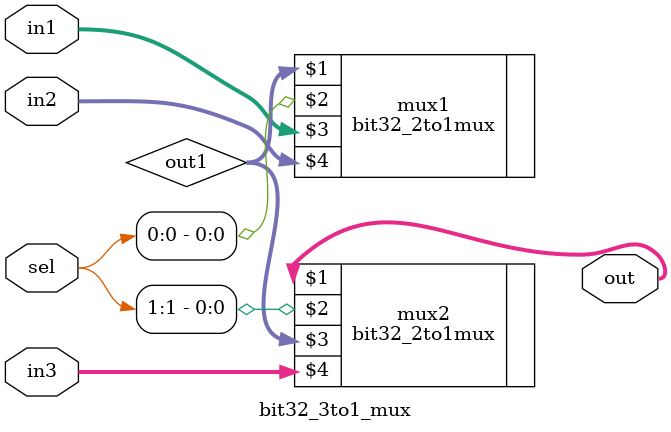
<source format=v>
module bit32_3to1_mux(out,sel,in1,in2,in3);
    input [31:0] in1, in2, in3;
    output [31:0] out;
    input [1:0] sel;
    wire[31:0] out1;
    bit32_2to1mux mux1(out1,sel[0],in1,in2);
    bit32_2to1mux mux2(out,sel[1],out1,in3);
endmodule
</source>
